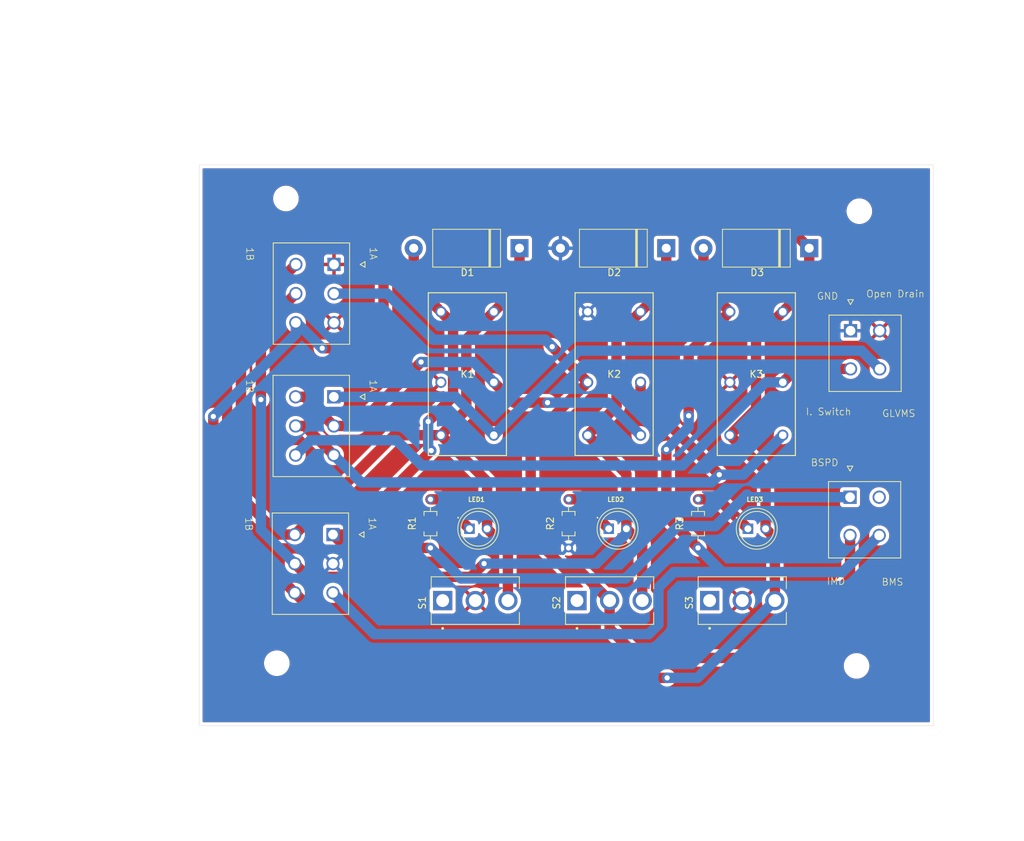
<source format=kicad_pcb>
(kicad_pcb (version 20241229) (generator "pcbnew") (generator_version "9.0")
  (layers (0 "F.Cu" signal) (2 "B.Cu" signal) (13 "F.Paste" user) (15 "B.Paste" user) (5 "F.SilkS" user "F.Silkscreen") (7 "B.SilkS" user "B.Silkscreen") (1 "F.Mask" user) (3 "B.Mask" user) (25 "Edge.Cuts" user))
  (net 0 "")
  (net 1 "/LED 1B")
  (net 2 "BSPD Fault")
  (net 3 "/LED 2B")
  (net 4 "GND")
  (net 5 "/LED 3B")
  (net 6 "BMS FAULT")
  (net 7 "/DEBUG 3B")
  (net 8 "/DEBUG 1A")
  (net 9 "+12V")
  (net 10 "IMD FAULT")
  (net 12 "/DEBUG 1B")
  (net 13 "/DEBUG 2B")
  (net 14 "Net-(LED1-PadC)")
  (net 15 "Net-(LED2-PadC)")
  (net 16 "Net-(LED3-PadC)")
  (footprint "FLYBACK DIODE V3:P2_DO-201" (layer "F.Cu") (at 113.26 61.16 180)
    (property "Reference" "D2" (at 7.5 -3.5 0) (layer "F.SilkS"))
    (property "Value" "D")
    (fp_line (start 12.505 -2.725) (end 12.505 2.725) (stroke (width 0.12)) (layer "F.SilkS"))
    (fp_line (start 12.505 -2.725) (end 2.735 -2.725) (stroke (width 0.12)) (layer "F.SilkS"))
    (fp_line (start 4.4045 -2.725) (end 4.4045 2.725) (stroke (width 0.12)) (layer "F.SilkS"))
    (fp_line (start 4.2845 -2.725) (end 4.2845 2.725) (stroke (width 0.12)) (layer "F.SilkS"))
    (fp_line (start 4.1645 -2.725) (end 4.1645 2.725) (stroke (width 0.12)) (layer "F.SilkS"))
    (fp_line (start 2.735 2.725) (end 12.505 2.725) (stroke (width 0.12)) (layer "F.SilkS"))
    (fp_line (start 2.735 -2.725) (end 2.735 2.725) (stroke (width 0.12)) (layer "F.SilkS"))
    (pad "1" thru_hole rect (at 0 0 180) (size 2.6 2.6) (drill 1.3) (layers "*.Cu" "*.Mask") (net 3 "/LED 2B"))
    (pad "2" thru_hole oval (at 15.24 0 180) (size 2.6 2.6) (drill 1.3) (layers "*.Cu" "*.Mask") (net 4 "GND"))
  )
  (footprint "THT 1k 1/4W:RESAD700W45L350D185" (layer "F.Cu") (at 79.29 100.8385 90)
    (property "Reference" "R1" (at 0.01805 -2.63963 90) (layer "F.SilkS") (effects (font (size 1.000772 1.000772))))
    (property "Value" "THT 1k")
    (fp_line (start 1.75 -0.925) (end 1.75 0) (stroke (width 0.127)) (layer "F.SilkS"))
    (fp_line (start 1.17 -0.925) (end 1.75 -0.925) (stroke (width 0.127)) (layer "F.SilkS"))
    (fp_line (start -1.17 -0.925) (end -1.75 -0.925) (stroke (width 0.127)) (layer "F.SilkS"))
    (fp_line (start -1.75 -0.925) (end -1.75 0) (stroke (width 0.127)) (layer "F.SilkS"))
    (fp_line (start 1.75 0) (end 2.55 0) (stroke (width 0.127)) (layer "F.SilkS"))
    (fp_line (start 1.75 0) (end 1.75 0.925) (stroke (width 0.127)) (layer "F.SilkS"))
    (fp_line (start -1.75 0) (end -2.55 0) (stroke (width 0.127)) (layer "F.SilkS"))
    (fp_line (start -1.75 0) (end -1.75 0.925) (stroke (width 0.127)) (layer "F.SilkS"))
    (fp_line (start 1.17 0.925) (end 1.75 0.925) (stroke (width 0.127)) (layer "F.SilkS"))
    (fp_line (start -1.75 0.925) (end -1.17 0.925) (stroke (width 0.127)) (layer "F.SilkS"))
    (pad "1" thru_hole circle (at -3.5 0 90) (size 1.258 1.258) (drill 0.75) (layers "*.Cu" "*.Mask") (net 2 "BSPD Fault"))
    (pad "2" thru_hole circle (at 3.5 0 90) (size 1.258 1.258) (drill 0.75) (layers "*.Cu" "*.Mask") (net 14 "Net-(LED1-PadC)"))
  )
  (footprint "SPDT FINAL KICAD:SW_100SP1T1B4M2QE" (layer "F.Cu") (at 124.21 111.92425 90)
    (property "Reference" "S3" (at -0.325 -7.635 90) (layer "F.SilkS"))
    (property "Value" "SPDT Switch NO")
    (fp_line (start 3.43 -6.35) (end 1.71 -6.35) (stroke (width 0.127)) (layer "F.SilkS"))
    (fp_line (start 3.43 -6.35) (end 3.43 6.35) (stroke (width 0.127)) (layer "F.SilkS"))
    (fp_line (start -1.71 -6.35) (end -3.43 -6.35) (stroke (width 0.127)) (layer "F.SilkS"))
    (fp_line (start 3.43 6.35) (end 1.71 6.35) (stroke (width 0.127)) (layer "F.SilkS"))
    (fp_line (start -1.71 6.35) (end -3.43 6.35) (stroke (width 0.127)) (layer "F.SilkS"))
    (fp_line (start -3.43 6.35) (end -3.43 -6.35) (stroke (width 0.127)) (layer "F.SilkS"))
    (fp_circle (center -4 -4.7) (end -3.9 -4.7) (stroke (width 0.2)) (fill no) (layer "F.SilkS"))
    (pad "1" thru_hole rect (at 0 -4.7 90) (size 2.775 2.775) (drill 1.85) (layers "*.Cu" "*.Mask"))
    (pad "2" thru_hole circle (at 0 0 90) (size 2.775 2.775) (drill 1.85) (layers "*.Cu" "*.Mask") (net 9 "+12V"))
    (pad "3" thru_hole circle (at 0 4.7 90) (size 2.775 2.775) (drill 1.85) (layers "*.Cu" "*.Mask") (net 5 "/LED 3B"))
  )
  (footprint "FLYBACK DIODE V3:P2_DO-201" (layer "F.Cu") (at 92.12 61.16 180)
    (property "Reference" "D1" (at 7.5 -3.5 0) (layer "F.SilkS"))
    (property "Value" "D")
    (fp_line (start 12.505 -2.725) (end 12.505 2.725) (stroke (width 0.12)) (layer "F.SilkS"))
    (fp_line (start 12.505 -2.725) (end 2.735 -2.725) (stroke (width 0.12)) (layer "F.SilkS"))
    (fp_line (start 4.4045 -2.725) (end 4.4045 2.725) (stroke (width 0.12)) (layer "F.SilkS"))
    (fp_line (start 4.2845 -2.725) (end 4.2845 2.725) (stroke (width 0.12)) (layer "F.SilkS"))
    (fp_line (start 4.1645 -2.725) (end 4.1645 2.725) (stroke (width 0.12)) (layer "F.SilkS"))
    (fp_line (start 2.735 2.725) (end 12.505 2.725) (stroke (width 0.12)) (layer "F.SilkS"))
    (fp_line (start 2.735 -2.725) (end 2.735 2.725) (stroke (width 0.12)) (layer "F.SilkS"))
    (pad "1" thru_hole rect (at 0 0 180) (size 2.6 2.6) (drill 1.3) (layers "*.Cu" "*.Mask") (net 1 "/LED 1B"))
    (pad "2" thru_hole oval (at 15.24 0 180) (size 2.6 2.6) (drill 1.3) (layers "*.Cu" "*.Mask") (net 2 "BSPD Fault"))
  )
  (footprint "6 pin molex minifit jr top entry:MOLEX_39288060" (layer "F.Cu") (at 65.37 82.57 -90)
    (property "Reference" "J4" (hide yes))
    (property "Value" "Relay Debug Connections")
    (fp_line (start -3.1 8.75) (end -3.1 -2.25) (stroke (width 0.127)) (layer "F.SilkS"))
    (fp_line (start 11.5 8.75) (end -3.1 8.75) (stroke (width 0.127)) (layer "F.SilkS"))
    (fp_line (start -3.1 -2.25) (end 11.5 -2.25) (stroke (width 0.127)) (layer "F.SilkS"))
    (fp_line (start 11.5 -2.25) (end 11.5 8.75) (stroke (width 0.127)) (layer "F.SilkS"))
    (fp_line (start 0 -3.77) (end 0.4 -4.47) (stroke (width 0.127)) (layer "F.SilkS"))
    (fp_line (start -0.4 -4.47) (end 0 -3.77) (stroke (width 0.127)) (layer "F.SilkS"))
    (fp_line (start 0.4 -4.47) (end -0.4 -4.47) (stroke (width 0.127)) (layer "F.SilkS"))
    (fp_text user "1B" (at -2.54 12.7 270) (layer "F.SilkS") (effects (font (thickness 0.1)) (justify left bottom)))
    (fp_text user "1A" (at -2.54 -5.08 270) (layer "F.SilkS") (effects (font (thickness 0.1)) (justify left bottom)))
    (pad "1" thru_hole rect (at 0 0 270) (size 1.9 1.9) (drill 1.4) (layers "*.Cu") (net 8 "/DEBUG 1A"))
    (pad "2" thru_hole circle (at 4.2 0 270) (size 1.9 1.9) (drill 1.4) (layers "*.Cu") (net 12 "/DEBUG 1B"))
    (pad "3" thru_hole circle (at 8.4 0 270) (size 1.9 1.9) (drill 1.4) (layers "*.Cu") (net 13 "/DEBUG 2B"))
    (pad "4" thru_hole circle (at 0 5.5 270) (size 1.9 1.9) (drill 1.4) (layers "*.Cu") (net 12 "/DEBUG 1B"))
    (pad "5" thru_hole circle (at 4.2 5.5 270) (size 1.9 1.9) (drill 1.4) (layers "*.Cu") (net 13 "/DEBUG 2B"))
    (pad "6" thru_hole circle (at 8.4 5.5 270) (size 1.9 1.9) (drill 1.4) (layers "*.Cu") (net 7 "/DEBUG 3B"))
  )
  (footprint "6 pin molex minifit jr top entry:MOLEX_39288060" (layer "F.Cu") (at 65.25 102.41 -90)
    (property "Reference" "J5" (hide yes))
    (property "Value" "Relay LED Connections")
    (fp_line (start -3.1 8.75) (end -3.1 -2.25) (stroke (width 0.127)) (layer "F.SilkS"))
    (fp_line (start 11.5 8.75) (end -3.1 8.75) (stroke (width 0.127)) (layer "F.SilkS"))
    (fp_line (start -3.1 -2.25) (end 11.5 -2.25) (stroke (width 0.127)) (layer "F.SilkS"))
    (fp_line (start 11.5 -2.25) (end 11.5 8.75) (stroke (width 0.127)) (layer "F.SilkS"))
    (fp_line (start 0 -3.77) (end 0.4 -4.47) (stroke (width 0.127)) (layer "F.SilkS"))
    (fp_line (start -0.4 -4.47) (end 0 -3.77) (stroke (width 0.127)) (layer "F.SilkS"))
    (fp_line (start 0.4 -4.47) (end -0.4 -4.47) (stroke (width 0.127)) (layer "F.SilkS"))
    (fp_text user "1B" (at -2.54 12.7 270) (layer "F.SilkS") (effects (font (thickness 0.1)) (justify left bottom)))
    (fp_text user "1A" (at -2.54 -5.08 270) (layer "F.SilkS") (effects (font (thickness 0.1)) (justify left bottom)))
    (pad "1" thru_hole rect (at 0 0 270) (size 1.9 1.9) (drill 1.4) (layers "*.Cu") (net 2 "BSPD Fault"))
    (pad "2" thru_hole circle (at 4.2 0 270) (size 1.9 1.9) (drill 1.4) (layers "*.Cu") (net 4 "GND"))
    (pad "3" thru_hole circle (at 8.4 0 270) (size 1.9 1.9) (drill 1.4) (layers "*.Cu") (net 6 "BMS FAULT"))
    (pad "4" thru_hole circle (at 0 5.5 270) (size 1.9 1.9) (drill 1.4) (layers "*.Cu") (net 1 "/LED 1B"))
    (pad "5" thru_hole circle (at 4.2 5.5 270) (size 1.9 1.9) (drill 1.4) (layers "*.Cu") (net 3 "/LED 2B"))
    (pad "6" thru_hole circle (at 8.4 5.5 270) (size 1.9 1.9) (drill 1.4) (layers "*.Cu") (net 5 "/LED 3B"))
  )
  (footprint "KINGBRIGHT WP7113ID:LED_WP7113ID" (layer "F.Cu") (at 126.3 101.58)
    (property "Reference" "LED3" (at -0.26851 -4.214426 0) (layer "F.SilkS") (effects (font (size 0.641222 0.641222))))
    (property "Value" "Debug LED")
    (fp_circle (center -2.9 -1.6) (end -2.773 -1.6) (fill yes) (layer "F.SilkS"))
    (fp_circle (center 0 0) (end 2.5 0) (stroke (width 0.127)) (fill no) (layer "F.SilkS"))
    (fp_circle (center 0 0) (end 2.95 0) (stroke (width 0.127)) (fill no) (layer "F.SilkS"))
    (pad "A" thru_hole circle (at 1.27 0) (size 1.508 1.508) (drill 1) (layers "*.Cu" "*.Mask") (net 5 "/LED 3B"))
    (pad "C" thru_hole rect (at -1.27 0) (size 1.508 1.508) (drill 1) (layers "*.Cu" "*.Mask") (net 16 "Net-(LED3-PadC)"))
  )
  (footprint "MountingHole:MountingHole_3.2mm_M3" (layer "F.Cu") (at 57.16 120.95)
    (property "Reference" "REF**" (hide yes))
    (property "Value" "3.2mm_M3")
    (pad "" np_thru_hole circle (at 0 0) (size 3.2 3.2) (drill 3.2) (layers "*.Cu" "*.Mask"))
  )
  (footprint "FLYBACK DIODE V3:P2_DO-201" (layer "F.Cu") (at 133.86 61.16 180)
    (property "Reference" "D3" (at 7.5 -3.5 0) (layer "F.SilkS"))
    (property "Value" "D")
    (fp_line (start 12.505 -2.725) (end 12.505 2.725) (stroke (width 0.12)) (layer "F.SilkS"))
    (fp_line (start 12.505 -2.725) (end 2.735 -2.725) (stroke (width 0.12)) (layer "F.SilkS"))
    (fp_line (start 4.4045 -2.725) (end 4.4045 2.725) (stroke (width 0.12)) (layer "F.SilkS"))
    (fp_line (start 4.2845 -2.725) (end 4.2845 2.725) (stroke (width 0.12)) (layer "F.SilkS"))
    (fp_line (start 4.1645 -2.725) (end 4.1645 2.725) (stroke (width 0.12)) (layer "F.SilkS"))
    (fp_line (start 2.735 2.725) (end 12.505 2.725) (stroke (width 0.12)) (layer "F.SilkS"))
    (fp_line (start 2.735 -2.725) (end 2.735 2.725) (stroke (width 0.12)) (layer "F.SilkS"))
    (pad "1" thru_hole rect (at 0 0 180) (size 2.6 2.6) (drill 1.3) (layers "*.Cu" "*.Mask") (net 5 "/LED 3B"))
    (pad "2" thru_hole oval (at 15.24 0 180) (size 2.6 2.6) (drill 1.3) (layers "*.Cu" "*.Mask") (net 6 "BMS FAULT"))
  )
  (footprint "KINGBRIGHT WP7113ID:LED_WP7113ID" (layer "F.Cu") (at 86.18 101.58)
    (property "Reference" "LED1" (at -0.26851 -4.214426 0) (layer "F.SilkS") (effects (font (size 0.641222 0.641222))))
    (property "Value" "Debug LED")
    (fp_circle (center -2.9 -1.6) (end -2.773 -1.6) (fill yes) (layer "F.SilkS"))
    (fp_circle (center 0 0) (end 2.5 0) (stroke (width 0.127)) (fill no) (layer "F.SilkS"))
    (fp_circle (center 0 0) (end 2.95 0) (stroke (width 0.127)) (fill no) (layer "F.SilkS"))
    (pad "A" thru_hole circle (at 1.27 0) (size 1.508 1.508) (drill 1) (layers "*.Cu" "*.Mask") (net 1 "/LED 1B"))
    (pad "C" thru_hole rect (at -1.27 0) (size 1.508 1.508) (drill 1) (layers "*.Cu" "*.Mask") (net 14 "Net-(LED1-PadC)"))
  )
  (footprint "2x2 pin molex minifit jr top entry:MOLEX_39296048" (layer "F.Cu") (at 141.1362 74.4762)
    (property "Reference" "J1" (hide yes))
    (property "Value" "2x2 Conn" (hide yes))
    (fp_line (start -4.4262 -3.6762) (end 5.9738 -3.6762) (stroke (width 0.127)) (layer "F.SilkS"))
    (fp_line (start -4.4262 7.3238) (end -4.4262 -3.6762) (stroke (width 0.127)) (layer "F.SilkS"))
    (fp_line (start -1.7262 -5.8962) (end -1.3262 -5.1962) (stroke (width 0.127)) (layer "F.SilkS"))
    (fp_line (start -1.3262 -5.1962) (end -0.9262 -5.8962) (stroke (width 0.127)) (layer "F.SilkS"))
    (fp_line (start -0.9262 -5.8962) (end -1.7262 -5.8962) (stroke (width 0.127)) (layer "F.SilkS"))
    (fp_line (start 5.9738 -3.6762) (end 5.9738 7.3238) (stroke (width 0.127)) (layer "F.SilkS"))
    (fp_line (start 5.9738 7.3238) (end -4.4262 7.3238) (stroke (width 0.127)) (layer "F.SilkS"))
    (fp_text user "Open Drain " (at 0.8838 -6.1562 0) (layer "F.SilkS") (effects (font (thickness 0.1)) (justify left bottom)))
    (fp_text user "I. Switch" (at -7.8262 10.82955 0) (layer "F.SilkS") (effects (font (thickness 0.1)) (justify left bottom)))
    (fp_text user "GLVMS" (at 3.1738 11.0738 0) (layer "F.SilkS") (effects (font (thickness 0.1)) (justify left bottom)))
    (fp_text user "GND" (at -6.2262 -5.8262 0) (layer "F.SilkS") (effects (font (thickness 0.1)) (justify left bottom)))
    (pad "1" thru_hole rect (at -1.3262 -1.4262) (size 1.9 1.9) (drill 1.4) (layers "*.Cu") (net 4 "GND"))
    (pad "2" thru_hole circle (at 2.8738 -1.4262) (size 1.9 1.9) (drill 1.4) (layers "*.Cu") (net 9 "+12V"))
    (pad "3" thru_hole circle (at -1.3262 4.0738) (size 1.9 1.9) (drill 1.4) (layers "*.Cu") (net 7 "/DEBUG 3B"))
    (pad "4" thru_hole circle (at 2.8738 4.0738) (size 1.9 1.9) (drill 1.4) (layers "*.Cu") (net 8 "/DEBUG 1A"))
  )
  (footprint "THT 1k 1/4W:RESAD700W45L350D185" (layer "F.Cu") (at 99.19 100.8385 90)
    (property "Reference" "R2" (at 0.01805 -2.63963 90) (layer "F.SilkS") (effects (font (size 1.000772 1.000772))))
    (property "Value" "THT 1K")
    (fp_line (start 1.75 -0.925) (end 1.75 0) (stroke (width 0.127)) (layer "F.SilkS"))
    (fp_line (start 1.17 -0.925) (end 1.75 -0.925) (stroke (width 0.127)) (layer "F.SilkS"))
    (fp_line (start -1.17 -0.925) (end -1.75 -0.925) (stroke (width 0.127)) (layer "F.SilkS"))
    (fp_line (start -1.75 -0.925) (end -1.75 0) (stroke (width 0.127)) (layer "F.SilkS"))
    (fp_line (start 1.75 0) (end 2.55 0) (stroke (width 0.127)) (layer "F.SilkS"))
    (fp_line (start 1.75 0) (end 1.75 0.925) (stroke (width 0.127)) (layer "F.SilkS"))
    (fp_line (start -1.75 0) (end -2.55 0) (stroke (width 0.127)) (layer "F.SilkS"))
    (fp_line (start -1.75 0) (end -1.75 0.925) (stroke (width 0.127)) (layer "F.SilkS"))
    (fp_line (start 1.17 0.925) (end 1.75 0.925) (stroke (width 0.127)) (layer "F.SilkS"))
    (fp_line (start -1.75 0.925) (end -1.17 0.925) (stroke (width 0.127)) (layer "F.SilkS"))
    (pad "1" thru_hole circle (at -3.5 0 90) (size 1.258 1.258) (drill 0.75) (layers "*.Cu" "*.Mask") (net 4 "GND"))
    (pad "2" thru_hole circle (at 3.5 0 90) (size 1.258 1.258) (drill 0.75) (layers "*.Cu" "*.Mask") (net 15 "Net-(LED2-PadC)"))
  )
  (footprint "2x2 pin molex minifit jr top entry:MOLEX_39296048" (layer "F.Cu") (at 138.74 95.78425)
    (property "Reference" "J2" (hide yes))
    (property "Value" "2x2 Conn")
    (fp_line (start -2.1 -1) (end 8.3 -1) (stroke (width 0.127)) (layer "F.SilkS"))
    (fp_line (start -2.1 10) (end -2.1 -1) (stroke (width 0.127)) (layer "F.SilkS"))
    (fp_line (start 0.6 -3.22) (end 1 -2.52) (stroke (width 0.127)) (layer "F.SilkS"))
    (fp_line (start 1 -2.52) (end 1.4 -3.22) (stroke (width 0.127)) (layer "F.SilkS"))
    (fp_line (start 1.4 -3.22) (end 0.6 -3.22) (stroke (width 0.127)) (layer "F.SilkS"))
    (fp_line (start 8.3 -1) (end 8.3 10) (stroke (width 0.127)) (layer "F.SilkS"))
    (fp_line (start 8.3 10) (end -2.1 10) (stroke (width 0.127)) (layer "F.SilkS"))
    (fp_text user "BSPD" (at -4.7 -3.15 0) (layer "F.SilkS") (effects (font (thickness 0.1)) (justify left bottom)))
    (fp_text user "IMD" (at -2.4 13.95 0) (layer "F.SilkS") (effects (font (thickness 0.1)) (justify left bottom)))
    (fp_text user "BMS" (at 5.5 14.05 0) (layer "F.SilkS") (effects (font (thickness 0.1)) (justify left bottom)))
    (pad "1" thru_hole rect (at 1 1.25) (size 1.9 1.9) (drill 1.4) (layers "*.Cu") (net 2 "BSPD Fault"))
    (pad "2" thru_hole circle (at 5.2 1.25) (size 1.9 1.9) (drill 1.4) (layers "*.Cu"))
    (pad "3" thru_hole circle (at 1 6.75) (size 1.9 1.9) (drill 1.4) (layers "*.Cu") (net 10 "IMD FAULT"))
    (pad "4" thru_hole circle (at 5.2 6.75) (size 1.9 1.9) (drill 1.4) (layers "*.Cu") (net 6 "BMS FAULT"))
  )
  (footprint "6 dip socket footprints:CONN_P6B-26P_OMR" (layer "F.Cu") (at 80.8 70.32)
    (property "Reference" "K1" (at 3.81 8.9851 0) (layer "F.SilkS"))
    (property "Value" "DPST Relay NO")
    (fp_line (start -1.8161 -2.737) (end -1.8161 20.7072) (stroke (width 0.1524)) (layer "F.SilkS"))
    (fp_line (start -1.8161 20.7072) (end 9.4361 20.7072) (stroke (width 0.1524)) (layer "F.SilkS"))
    (fp_line (start 9.4361 -2.737) (end -1.8161 -2.737) (stroke (width 0.1524)) (layer "F.SilkS"))
    (fp_line (start 9.4361 20.7072) (end 9.4361 -2.737) (stroke (width 0.1524)) (layer "F.SilkS"))
    (pad "1" thru_hole circle (at 0 0) (size 1.6002 1.6002) (drill 1.0922) (layers "*.Cu" "*.Mask") (net 2 "BSPD Fault"))
    (pad "3" thru_hole circle (at 0 10.16) (size 1.6002 1.6002) (drill 1.0922) (layers "*.Cu" "*.Mask") (net 9 "+12V"))
    (pad "4" thru_hole circle (at 0 17.78) (size 1.6002 1.6002) (drill 1.0922) (layers "*.Cu" "*.Mask") (net 1 "/LED 1B"))
    (pad "5" thru_hole circle (at 7.62 17.78) (size 1.6002 1.6002) (drill 1.0922) (layers "*.Cu" "*.Mask") (net 8 "/DEBUG 1A"))
    (pad "6" thru_hole circle (at 7.62 10.16) (size 1.6002 1.6002) (drill 1.0922) (layers "*.Cu" "*.Mask") (net 12 "/DEBUG 1B"))
    (pad "8" thru_hole circle (at 7.62 0) (size 1.6002 1.6002) (drill 1.0922) (layers "*.Cu" "*.Mask") (net 1 "/LED 1B"))
  )
  (footprint "SPDT FINAL KICAD:SW_100SP1T1B4M2QE" (layer "F.Cu") (at 85.75 111.92425 90)
    (property "Reference" "S1" (at -0.325 -7.635 90) (layer "F.SilkS"))
    (property "Value" "SPDT Switch NO")
    (fp_line (start 3.43 -6.35) (end 1.71 -6.35) (stroke (width 0.127)) (layer "F.SilkS"))
    (fp_line (start 3.43 -6.35) (end 3.43 6.35) (stroke (width 0.127)) (layer "F.SilkS"))
    (fp_line (start -1.71 -6.35) (end -3.43 -6.35) (stroke (width 0.127)) (layer "F.SilkS"))
    (fp_line (start 3.43 6.35) (end 1.71 6.35) (stroke (width 0.127)) (layer "F.SilkS"))
    (fp_line (start -1.71 6.35) (end -3.43 6.35) (stroke (width 0.127)) (layer "F.SilkS"))
    (fp_line (start -3.43 6.35) (end -3.43 -6.35) (stroke (width 0.127)) (layer "F.SilkS"))
    (fp_circle (center -4 -4.7) (end -3.9 -4.7) (stroke (width 0.2)) (fill no) (layer "F.SilkS"))
    (pad "1" thru_hole rect (at 0 -4.7 90) (size 2.775 2.775) (drill 1.85) (layers "*.Cu" "*.Mask"))
    (pad "2" thru_hole circle (at 0 0 90) (size 2.775 2.775) (drill 1.85) (layers "*.Cu" "*.Mask") (net 9 "+12V"))
    (pad "3" thru_hole circle (at 0 4.7 90) (size 2.775 2.775) (drill 1.85) (layers "*.Cu" "*.Mask") (net 1 "/LED 1B"))
  )
  (footprint "THT 1k 1/4W:RESAD700W45L350D185" (layer "F.Cu") (at 117.84 100.8385 90)
    (property "Reference" "R3" (at 0.01805 -2.63963 90) (layer "F.SilkS") (effects (font (size 1.000772 1.000772))))
    (property "Value" "THT 1K")
    (fp_line (start 1.75 -0.925) (end 1.75 0) (stroke (width 0.127)) (layer "F.SilkS"))
    (fp_line (start 1.17 -0.925) (end 1.75 -0.925) (stroke (width 0.127)) (layer "F.SilkS"))
    (fp_line (start -1.17 -0.925) (end -1.75 -0.925) (stroke (width 0.127)) (layer "F.SilkS"))
    (fp_line (start -1.75 -0.925) (end -1.75 0) (stroke (width 0.127)) (layer "F.SilkS"))
    (fp_line (start 1.75 0) (end 2.55 0) (stroke (width 0.127)) (layer "F.SilkS"))
    (fp_line (start 1.75 0) (end 1.75 0.925) (stroke (width 0.127)) (layer "F.SilkS"))
    (fp_line (start -1.75 0) (end -2.55 0) (stroke (width 0.127)) (layer "F.SilkS"))
    (fp_line (start -1.75 0) (end -1.75 0.925) (stroke (width 0.127)) (layer "F.SilkS"))
    (fp_line (start 1.17 0.925) (end 1.75 0.925) (stroke (width 0.127)) (layer "F.SilkS"))
    (fp_line (start -1.75 0.925) (end -1.17 0.925) (stroke (width 0.127)) (layer "F.SilkS"))
    (pad "1" thru_hole circle (at -3.5 0 90) (size 1.258 1.258) (drill 0.75) (layers "*.Cu" "*.Mask") (net 6 "BMS FAULT"))
    (pad "2" thru_hole circle (at 3.5 0 90) (size 1.258 1.258) (drill 0.75) (layers "*.Cu" "*.Mask") (net 16 "Net-(LED3-PadC)"))
  )
  (footprint "KINGBRIGHT WP7113ID:LED_WP7113ID" (layer "F.Cu") (at 106.25 101.58)
    (property "Reference" "LED2" (at -0.26851 -4.214426 0) (layer "F.SilkS") (effects (font (size 0.641222 0.641222))))
    (property "Value" "Debug LED")
    (fp_circle (center -2.9 -1.6) (end -2.773 -1.6) (fill yes) (layer "F.SilkS"))
    (fp_circle (center 0 0) (end 2.5 0) (stroke (width 0.127)) (fill no) (layer "F.SilkS"))
    (fp_circle (center 0 0) (end 2.95 0) (stroke (width 0.127)) (fill no) (layer "F.SilkS"))
    (pad "A" thru_hole circle (at 1.27 0) (size 1.508 1.508) (drill 1) (layers "*.Cu" "*.Mask") (net 3 "/LED 2B"))
    (pad "C" thru_hole rect (at -1.27 0) (size 1.508 1.508) (drill 1) (layers "*.Cu" "*.Mask") (net 15 "Net-(LED2-PadC)"))
  )
  (footprint "6 pin molex minifit jr top entry:MOLEX_39288060" (layer "F.Cu") (at 65.39575 63.5 -90)
    (property "Reference" "J3" (hide yes))
    (property "Value" "Relay Switch Connections")
    (fp_line (start -3.1 8.75) (end -3.1 -2.25) (stroke (width 0.127)) (layer "F.SilkS"))
    (fp_line (start 11.5 8.75) (end -3.1 8.75) (stroke (width 0.127)) (layer "F.SilkS"))
    (fp_line (start -3.1 -2.25) (end 11.5 -2.25) (stroke (width 0.127)) (layer "F.SilkS"))
    (fp_line (start 11.5 -2.25) (end 11.5 8.75) (stroke (width 0.127)) (layer "F.SilkS"))
    (fp_line (start 0 -3.77) (end 0.4 -4.47) (stroke (width 0.127)) (layer "F.SilkS"))
    (fp_line (start -0.4 -4.47) (end 0 -3.77) (stroke (width 0.127)) (layer "F.SilkS"))
    (fp_line (start 0.4 -4.47) (end -0.4 -4.47) (stroke (width 0.127)) (layer "F.SilkS"))
    (fp_text user "1A" (at -2.54 -5.08 270) (layer "F.SilkS") (effects (font (thickness 0.1)) (justify left bottom)))
    (fp_text user "1B" (at -2.54 12.7 270) (layer "F.SilkS") (effects (font (thickness 0.1)) (justify left bottom)))
    (pad "1" thru_hole rect (at 0 0 270) (size 1.9 1.9) (drill 1.4) (layers "*.Cu") (net 9 "+12V"))
    (pad "2" thru_hole circle (at 4.2 0 270) (size 1.9 1.9) (drill 1.4) (layers "*.Cu") (net 10 "IMD FAULT"))
    (pad "3" thru_hole circle (at 8.4 0 270) (size 1.9 1.9) (drill 1.4) (layers "*.Cu") (net 9 "+12V"))
    (pad "4" thru_hole circle (at 0 5.5 270) (size 1.9 1.9) (drill 1.4) (layers "*.Cu") (net 1 "/LED 1B"))
    (pad "5" thru_hole circle (at 4.2 5.5 270) (size 1.9 1.9) (drill 1.4) (layers "*.Cu") (net 3 "/LED 2B"))
    (pad "6" thru_hole circle (at 8.4 5.5 270) (size 1.9 1.9) (drill 1.4) (layers "*.Cu") (net 5 "/LED 3B"))
  )
  (footprint "MountingHole:MountingHole_3.2mm_M3" (layer "F.Cu") (at 140.68 121.34)
    (property "Reference" "REF**" (hide yes))
    (property "Value" "3.2mm_M3")
    (pad "" np_thru_hole circle (at 0 0) (size 3.2 3.2) (drill 3.2) (layers "*.Cu" "*.Mask"))
  )
  (footprint "SPDT FINAL KICAD:SW_100SP1T1B4M2QE" (layer "F.Cu") (at 105.1 111.92425 90)
    (property "Reference" "S2" (at -0.325 -7.635 90) (layer "F.SilkS"))
    (property "Value" "SPDT Switch NO")
    (fp_line (start 3.43 -6.35) (end 1.71 -6.35) (stroke (width 0.127)) (layer "F.SilkS"))
    (fp_line (start 3.43 -6.35) (end 3.43 6.35) (stroke (width 0.127)) (layer "F.SilkS"))
    (fp_line (start -1.71 -6.35) (end -3.43 -6.35) (stroke (width 0.127)) (layer "F.SilkS"))
    (fp_line (start 3.43 6.35) (end 1.71 6.35) (stroke (width 0.127)) (layer "F.SilkS"))
    (fp_line (start -1.71 6.35) (end -3.43 6.35) (stroke (width 0.127)) (layer "F.SilkS"))
    (fp_line (start -3.43 6.35) (end -3.43 -6.35) (stroke (width 0.127)) (layer "F.SilkS"))
    (fp_circle (center -4 -4.7) (end -3.9 -4.7) (stroke (width 0.2)) (fill no) (layer "F.SilkS"))
    (pad "1" thru_hole rect (at 0 -4.7 90) (size 2.775 2.775) (drill 1.85) (layers "*.Cu" "*.Mask"))
    (pad "2" thru_hole circle (at 0 0 90) (size 2.775 2.775) (drill 1.85) (layers "*.Cu" "*.Mask") (net 10 "IMD FAULT"))
    (pad "3" thru_hole circle (at 0 4.7 90) (size 2.775 2.775) (drill 1.85) (layers "*.Cu" "*.Mask") (net 3 "/LED 2B"))
  )
  (footprint "6 dip socket footprints:CONN_P6B-26P_OMR" (layer "F.Cu") (at 122.43 70.32)
    (property "Reference" "K3" (at 3.81 8.9851 0) (layer "F.SilkS"))
    (property "Value" "DPST Relay NO")
    (fp_line (start -1.8161 -2.737) (end -1.8161 20.7072) (stroke (width 0.1524)) (layer "F.SilkS"))
    (fp_line (start -1.8161 20.7072) (end 9.4361 20.7072) (stroke (width 0.1524)) (layer "F.SilkS"))
    (fp_line (start 9.4361 -2.737) (end -1.8161 -2.737) (stroke (width 0.1524)) (layer "F.SilkS"))
    (fp_line (start 9.4361 20.7072) (end 9.4361 -2.737) (stroke (width 0.1524)) (layer "F.SilkS"))
    (pad "1" thru_hole circle (at 0 0) (size 1.6002 1.6002) (drill 1.0922) (layers "*.Cu" "*.Mask") (net 6 "BMS FAULT"))
    (pad "3" thru_hole circle (at 0 10.16) (size 1.6002 1.6002) (drill 1.0922) (layers "*.Cu" "*.Mask") (net 9 "+12V"))
    (pad "4" thru_hole circle (at 0 17.78) (size 1.6002 1.6002) (drill 1.0922) (layers "*.Cu" "*.Mask") (net 5 "/LED 3B"))
    (pad "5" thru_hole circle (at 7.62 17.78) (size 1.6002 1.6002) (drill 1.0922) (layers "*.Cu" "*.Mask") (net 13 "/DEBUG 2B"))
    (pad "6" thru_hole circle (at 7.62 10.16) (size 1.6002 1.6002) (drill 1.0922) (layers "*.Cu" "*.Mask") (net 7 "/DEBUG 3B"))
    (pad "8" thru_hole circle (at 7.62 0) (size 1.6002 1.6002) (drill 1.0922) (layers "*.Cu" "*.Mask") (net 5 "/LED 3B"))
  )
  (footprint "MountingHole:MountingHole_3.2mm_M3" (layer "F.Cu") (at 58.47 54)
    (property "Reference" "REF**" (hide yes))
    (property "Value" "3.2mm_M3")
    (pad "" np_thru_hole circle (at 0 0) (size 3.2 3.2) (drill 3.2) (layers "*.Cu" "*.Mask"))
  )
  (footprint "6 dip socket footprints:CONN_P6B-26P_OMR" (layer "F.Cu") (at 101.94 70.32)
    (property "Reference" "K2" (at 3.81 8.9851 0) (layer "F.SilkS"))
    (property "Value" "DPST Relay NO")
    (fp_line (start -1.8161 -2.737) (end -1.8161 20.7072) (stroke (width 0.1524)) (layer "F.SilkS"))
    (fp_line (start -1.8161 20.7072) (end 9.4361 20.7072) (stroke (width 0.1524)) (layer "F.SilkS"))
    (fp_line (start 9.4361 -2.737) (end -1.8161 -2.737) (stroke (width 0.1524)) (layer "F.SilkS"))
    (fp_line (start 9.4361 20.7072) (end 9.4361 -2.737) (stroke (width 0.1524)) (layer "F.SilkS"))
    (pad "1" thru_hole circle (at 0 0) (size 1.6002 1.6002) (drill 1.0922) (layers "*.Cu" "*.Mask") (net 4 "GND"))
    (pad "3" thru_hole circle (at 0 10.16) (size 1.6002 1.6002) (drill 1.0922) (layers "*.Cu" "*.Mask") (net 10 "IMD FAULT"))
    (pad "4" thru_hole circle (at 0 17.78) (size 1.6002 1.6002) (drill 1.0922) (layers "*.Cu" "*.Mask") (net 3 "/LED 2B"))
    (pad "5" thru_hole circle (at 7.62 17.78) (size 1.6002 1.6002) (drill 1.0922) (layers "*.Cu" "*.Mask") (net 12 "/DEBUG 1B"))
    (pad "6" thru_hole circle (at 7.62 10.16) (size 1.6002 1.6002) (drill 1.0922) (layers "*.Cu" "*.Mask") (net 13 "/DEBUG 2B"))
    (pad "8" thru_hole circle (at 7.62 0) (size 1.6002 1.6002) (drill 1.0922) (layers "*.Cu" "*.Mask") (net 3 "/LED 2B"))
  )
  (footprint "MountingHole:MountingHole_3.2mm_M3" (layer "F.Cu") (at 141.08 55.83)
    (property "Reference" "REF**" (hide yes))
    (property "Value" "3.2mm_M3")
    (pad "" np_thru_hole circle (at 0 0) (size 3.2 3.2) (drill 3.2) (layers "*.Cu" "*.Mask"))
  )
  (gr_rect (start 45.97 49.16) (end 151.74 129.945) (stroke (width 0.05)) (fill no) (layer "Edge.Cuts"))
  (segment (start 87.45 101.58) (end 87.45 94.75) (width 1.5) (layer "F.Cu") (net 1))
  (segment (start 92.12 61.16) (end 92.12 66.62) (width 1.5) (layer "F.Cu") (net 1))
  (segment (start 84.46 84.44) (end 84.46 74.28) (width 1.5) (layer "F.Cu") (net 1))
  (segment (start 74.06 88.1) (end 80.8 88.1) (width 1.5) (layer "F.Cu") (net 1))
  (segment (start 84.46 74.28) (end 88.42 70.32) (width 1.5) (layer "F.Cu") (net 1))
  (segment (start 51.99 96.99) (end 57.41 102.41) (width 1.5) (layer "F.Cu") (net 1))
  (segment (start 92.12 66.62) (end 88.42 70.32) (width 1.5) (layer "F.Cu") (net 1))
  (segment (start 90.45 111.92425) (end 90.45 104.58) (width 1.5) (layer "F.Cu") (net 1))
  (segment (start 80.8 88.1) (end 84.46 84.44) (width 1.5) (layer "F.Cu") (net 1))
  (segment (start 51.99 71.40575) (end 51.99 96.99) (width 1.5) (layer "F.Cu") (net 1))
  (segment (start 57.41 102.41) (end 59.75 102.41) (width 1.5) (layer "F.Cu") (net 1))
  (segment (start 90.45 104.58) (end 87.45 101.58) (width 1.5) (layer "F.Cu") (net 1))
  (segment (start 59.75 102.41) (end 74.06 88.1) (width 1.5) (layer "F.Cu") (net 1))
  (segment (start 87.45 94.75) (end 80.8 88.1) (width 1.5) (layer "F.Cu") (net 1))
  (segment (start 59.89575 63.5) (end 51.99 71.40575) (width 1.5) (layer "F.Cu") (net 1))
  (segment (start 82.5511 82.5389) (end 78.96 86.13) (width 1.5) (layer "F.Cu") (net 2))
  (segment (start 76.88 66.4) (end 80.8 70.32) (width 1.5) (layer "F.Cu") (net 2))
  (segment (start 67.1785 104.3385) (end 65.25 102.41) (width 1.5) (layer "F.Cu") (net 2))
  (segment (start 76.88 61.16) (end 76.88 66.4) (width 1.5) (layer "F.Cu") (net 2))
  (segment (start 82.5511 72.0711) (end 82.5511 82.5389) (width 1.5) (layer "F.Cu") (net 2))
  (segment (start 67.31 102.41) (end 65.25 102.41) (width 1.5) (layer "F.Cu") (net 2))
  (segment (start 79.4 90.32) (end 67.31 102.41) (width 1.5) (layer "F.Cu") (net 2))
  (segment (start 80.8 70.32) (end 82.5511 72.0711) (width 1.5) (layer "F.Cu") (net 2))
  (segment (start 79.29 104.3385) (end 67.1785 104.3385) (width 1.5) (layer "F.Cu") (net 2))
  (via (at 78.96 86.13) (size 1.5) (drill 0.75) (layers "F.Cu" "B.Cu") (net 2))
  (via (at 79.4 90.32) (size 1.5) (drill 0.75) (layers "F.Cu" "B.Cu") (net 2))
  (segment (start 83.69 108.7385) (end 107.3915 108.7385) (width 1.5) (layer "B.Cu") (net 2))
  (segment (start 79.29 104.3385) (end 83.69 108.7385) (width 1.5) (layer "B.Cu") (net 2))
  (segment (start 78.96 86.13) (end 78.96 89.88) (width 1.5) (layer "B.Cu") (net 2))
  (segment (start 124.88 96.66) (end 125.25425 97.03425) (width 1.5) (layer "B.Cu") (net 2))
  (segment (start 107.3915 108.7385) (end 114.94 101.19) (width 1.5) (layer "B.Cu") (net 2))
  (segment (start 78.96 89.88) (end 79.4 90.32) (width 1.5) (layer "B.Cu") (net 2))
  (segment (start 125.25425 97.03425) (end 139.74 97.03425) (width 1.5) (layer "B.Cu") (net 2))
  (segment (start 120.35 101.19) (end 124.88 96.66) (width 1.5) (layer "B.Cu") (net 2))
  (segment (start 114.94 101.19) (end 120.35 101.19) (width 1.5) (layer "B.Cu") (net 2))
  (segment (start 109.8 103.86) (end 107.52 101.58) (width 1.5) (layer "F.Cu") (net 3))
  (segment (start 109.8 111.92425) (end 109.8 103.86) (width 1.5) (layer "F.Cu") (net 3))
  (segment (start 54.86 82.97) (end 54.86 72.73575) (width 1.5) (layer "F.Cu") (net 3))
  (segment (start 61.651 108.511) (end 85.109 108.511) (width 1.5) (layer "F.Cu") (net 3))
  (segment (start 109.56 70.32) (end 106.1 73.78) (width 1.5) (layer "F.Cu") (net 3))
  (segment (start 106.1 83.94) (end 101.94 88.1) (width 1.5) (layer "F.Cu") (net 3))
  (segment (start 59.75 106.61) (end 61.651 108.511) (width 1.5) (layer "F.Cu") (net 3))
  (segment (start 85.109 108.511) (end 87.02 106.6) (width 1.5) (layer "F.Cu") (net 3))
  (segment (start 107.52 101.58) (end 107.52 93.68) (width 1.5) (layer "F.Cu") (net 3))
  (segment (start 107.52 93.68) (end 101.94 88.1) (width 1.5) (layer "F.Cu") (net 3))
  (segment (start 113.26 66.62) (end 109.56 70.32) (width 1.5) (layer "F.Cu") (net 3))
  (segment (start 106.1 73.78) (end 106.1 83.94) (width 1.5) (layer "F.Cu") (net 3))
  (segment (start 113.26 61.16) (end 113.26 66.62) (width 1.5) (layer "F.Cu") (net 3))
  (segment (start 54.86 72.73575) (end 59.89575 67.7) (width 1.5) (layer "F.Cu") (net 3))
  (via (at 54.86 82.97) (size 1.5) (drill 0.75) (layers "F.Cu" "B.Cu") (net 3))
  (via (at 87.02 106.6) (size 1.5) (drill 0.75) (layers "F.Cu" "B.Cu") (net 3))
  (segment (start 59.75 106.61) (end 54.86 101.72) (width 1.5) (layer "B.Cu") (net 3))
  (segment (start 54.86 101.72) (end 54.86 82.97) (width 1.5) (layer "B.Cu") (net 3))
  (segment (start 107.52 102.26) (end 107.52 101.58) (width 1.5) (layer "B.Cu") (net 3))
  (segment (start 87.02 106.6) (end 103.18 106.6) (width 1.5) (layer "B.Cu") (net 3))
  (segment (start 103.18 106.6) (end 107.52 102.26) (width 1.5) (layer "B.Cu") (net 3))
  (segment (start 122.43 88.1) (end 126.2 84.33) (width 1.5) (layer "F.Cu") (net 5))
  (segment (start 63.7 75.57) (end 69.77 75.57) (width 1.5) (layer "F.Cu") (net 5))
  (segment (start 48.01 99.07) (end 48.01 85.4) (width 1.5) (layer "F.Cu") (net 5))
  (segment (start 59.75 110.81) (end 72 123.06) (width 1.5) (layer "F.Cu") (net 5))
  (segment (start 133.86 66.51) (end 130.05 70.32) (width 1.5) (layer "F.Cu") (net 5))
  (segment (start 127.51 54.81) (end 133.86 61.16) (width 1.5) (layer "F.Cu") (net 5))
  (segment (start 72 123.06) (end 113.39 123.06) (width 1.5) (layer "F.Cu") (net 5))
  (segment (start 72.53 72.81) (end 72.53 58.12) (width 1.5) (layer "F.Cu") (net 5))
  (segment (start 133.86 61.16) (end 133.86 66.51) (width 1.5) (layer "F.Cu") (net 5))
  (segment (start 122.43 88.1) (end 127.57 93.24) (width 1.5) (layer "F.Cu") (net 5))
  (segment (start 75.84 54.81) (end 127.51 54.81) (width 1.5) (layer "F.Cu") (net 5))
  (segment (start 128.91 111.92425) (end 128.91 102.92) (width 1.5) (layer "F.Cu") (net 5))
  (segment (start 127.57 93.24) (end 127.57 101.58) (width 1.5) (layer "F.Cu") (net 5))
  (segment (start 72.53 58.12) (end 75.84 54.81) (width 1.5) (layer "F.Cu") (net 5))
  (segment (start 128.91 102.92) (end 127.57 101.58) (width 1.5) (layer "F.Cu") (net 5))
  (segment (start 126.2 84.33) (end 126.2 74.17) (width 1.5) (layer "F.Cu") (net 5))
  (segment (start 69.77 75.57) (end 72.53 72.81) (width 1.5) (layer "F.Cu") (net 5))
  (segment (start 59.75 110.81) (end 48.01 99.07) (width 1.5) (layer "F.Cu") (net 5))
  (segment (start 126.2 74.17) (end 130.05 70.32) (width 1.5) (layer "F.Cu") (net 5))
  (via (at 113.39 123.06) (size 1.5) (drill 0.75) (layers "F.Cu" "B.Cu") (net 5))
  (via (at 63.7 75.57) (size 1.5) (drill 0.75) (layers "F.Cu" "B.Cu") (net 5))
  (via (at 48.01 85.4) (size 1.5) (drill 0.75) (layers "F.Cu" "B.Cu") (net 5))
  (segment (start 59.89575 71.9) (end 60.03 71.9) (width 1.5) (layer "B.Cu") (net 5))
  (segment (start 48.01 85.4) (end 59.89575 73.51425) (width 1.5) (layer "B.Cu") (net 5))
  (segment (start 113.39 123.06) (end 117.77425 123.06) (width 1.5) (layer "B.Cu") (net 5))
  (segment (start 60.03 71.9) (end 63.7 75.57) (width 1.5) (layer "B.Cu") (net 5))
  (segment (start 59.89575 73.51425) (end 59.89575 71.9) (width 1.5) (layer "B.Cu") (net 5))
  (segment (start 117.77425 123.06) (end 128.91 111.92425) (width 1.5) (layer "B.Cu") (net 5))
  (segment (start 116.49 76.26) (end 116.49 85.29) (width 1.5) (layer "F.Cu") (net 6))
  (segment (start 118.62 66.51) (end 122.43 70.32) (width 1.5) (layer "F.Cu") (net 6))
  (segment (start 113.28 99.7785) (end 117.84 104.3385) (width 1.5) (layer "F.Cu") (net 6))
  (segment (start 118.62 61.16) (end 118.62 66.51) (width 1.5) (layer "F.Cu") (net 6))
  (segment (start 122.43 70.32) (end 116.49 76.26) (width 1.5) (layer "F.Cu") (net 6))
  (segment (start 113.28 90.15) (end 113.28 99.7785) (width 1.5) (layer "F.Cu") (net 6))
  (via (at 116.49 85.29) (size 1.5) (drill 0.75) (layers "F.Cu" "B.Cu") (net 6))
  (via (at 113.28 90.15) (size 1.5) (drill 0.75) (layers "F.Cu" "B.Cu") (net 6))
  (segment (start 112.1385 110.04) (end 114.3585 107.82) (width 1.5) (layer "B.Cu") (net 6))
  (segment (start 116.49 85.29) (end 116.49 86.94) (width 1.5) (layer "B.Cu") (net 6))
  (segment (start 114.3585 107.82) (end 121.3215 107.82) (width 1.5) (layer "B.Cu") (net 6))
  (segment (start 110.74 116.76) (end 112.1385 115.3615) (width 1.5) (layer "B.Cu") (net 6))
  (segment (start 116.49 86.94) (end 113.28 90.15) (width 1.5) (layer "B.Cu") (net 6))
  (segment (start 121.3215 107.82) (end 117.84 104.3385) (width 1.5) (layer "B.Cu") (net 6))
  (segment (start 138.65425 107.82) (end 121.3215 107.82) (width 1.5) (layer "B.Cu") (net 6))
  (segment (start 65.25 110.81) (end 71.2 116.76) (width 1.5) (layer "B.Cu") (net 6))
  (segment (start 112.1385 115.3615) (end 112.1385 110.04) (width 1.5) (layer "B.Cu") (net 6))
  (segment (start 143.94 102.53425) (end 138.65425 107.82) (width 1.5) (layer "B.Cu") (net 6))
  (segment (start 71.2 116.76) (end 110.74 116.76) (width 1.5) (layer "B.Cu") (net 6))
  (segment (start 131.98 78.55) (end 130.05 80.48) (width 1.5) (layer "F.Cu") (net 7))
  (segment (start 139.81 78.55) (end 131.98 78.55) (width 1.5) (layer "F.Cu") (net 7))
  (segment (start 78.05 92.47) (end 115.58357 92.47) (width 1.5) (layer "B.Cu") (net 7))
  (segment (start 62.01467 88.82533) (end 74.40533 88.82533) (width 1.5) (layer "B.Cu") (net 7))
  (segment (start 59.87 90.97) (end 62.01467 88.82533) (width 1.5) (layer "B.Cu") (net 7))
  (segment (start 115.58357 92.47) (end 127.57357 80.48) (width 1.5) (layer "B.Cu") (net 7))
  (segment (start 74.40533 88.82533) (end 78.05 92.47) (width 1.5) (layer "B.Cu") (net 7))
  (segment (start 127.57357 80.48) (end 130.05 80.48) (width 1.5) (layer "B.Cu") (net 7))
  (segment (start 82.89 82.57) (end 88.42 88.1) (width 1.5) (layer "B.Cu") (net 8))
  (segment (start 141.38 75.92) (end 100.6 75.92) (width 1.5) (layer "B.Cu") (net 8))
  (segment (start 65.37 82.57) (end 82.89 82.57) (width 1.5) (layer "B.Cu") (net 8))
  (segment (start 144.01 78.55) (end 141.38 75.92) (width 1.5) (layer "B.Cu") (net 8))
  (segment (start 100.6 75.92) (end 88.42 88.1) (width 1.5) (layer "B.Cu") (net 8))
  (segment (start 101.94 80.48) (end 93.73 88.69) (width 1.5) (layer "F.Cu") (net 10))
  (segment (start 96.83 75.35) (end 96.83 75.37) (width 1.5) (layer "F.Cu") (net 10))
  (segment (start 96.83 75.37) (end 101.94 80.48) (width 1.5) (layer "F.Cu") (net 10))
  (segment (start 109.31 120.19) (end 105.1 115.98) (width 1.5) (layer "F.Cu") (net 10))
  (segment (start 93.73 102.41) (end 98.81 107.49) (width 1.5) (layer "F.Cu") (net 10))
  (segment (start 98.81 107.49) (end 100.66575 107.49) (width 1.5) (layer "F.Cu") (net 10))
  (segment (start 139.74 108.75) (end 128.3 120.19) (width 1.5) (layer "F.Cu") (net 10))
  (segment (start 105.1 115.98) (end 105.1 111.92425) (width 1.5) (layer "F.Cu") (net 10))
  (segment (start 128.3 120.19) (end 109.31 120.19) (width 1.5) (layer "F.Cu") (net 10))
  (segment (start 93.73 88.69) (end 93.73 102.41) (width 1.5) (layer "F.Cu") (net 10))
  (segment (start 139.74 102.53425) (end 139.74 108.75) (width 1.5) (layer "F.Cu") (net 10))
  (segment (start 100.66575 107.49) (end 105.1 111.92425) (width 1.5) (layer "F.Cu") (net 10))
  (via (at 96.83 75.35) (size 1.5) (drill 0.75) (layers "F.Cu" "B.Cu") (net 10))
  (segment (start 73.06 67.7) (end 79.71 74.35) (width 1.5) (layer "B.Cu") (net 10))
  (segment (start 95.83 74.35) (end 96.83 75.35) (width 1.5) (layer "B.Cu") (net 10))
  (segment (start 79.71 74.35) (end 95.83 74.35) (width 1.5) (layer "B.Cu") (net 10))
  (segment (start 65.39575 67.7) (end 73.06 67.7) (width 1.5) (layer "B.Cu") (net 10))
  (segment (start 59.87 82.57) (end 61.17 82.57) (width 1.5) (layer "F.Cu") (net 12))
  (segment (start 65.37 86.77) (end 68.73 86.77) (width 1.5) (layer "F.Cu") (net 12))
  (segment (start 91.35 83.41) (end 88.42 80.48) (width 1.5) (layer "F.Cu") (net 12))
  (segment (start 96.16 83.41) (end 91.35 83.41) (width 1.5) (layer "F.Cu") (net 12))
  (segment (start 61.17 82.57) (end 65.37 86.77) (width 1.5) (layer "F.Cu") (net 12))
  (segment (start 68.73 86.77) (end 77.94 77.56) (width 1.5) (layer "F.Cu") (net 12))
  (via (at 96.16 83.41) (size 1.5) (drill 0.75) (layers "F.Cu" "B.Cu") (net 12))
  (via (at 77.94 77.56) (size 1.5) (drill 0.75) (layers "F.Cu" "B.Cu") (net 12))
  (segment (start 104.87 83.41) (end 96.16 83.41) (width 1.5) (layer "B.Cu") (net 12))
  (segment (start 109.56 88.1) (end 104.87 83.41) (width 1.5) (layer "B.Cu") (net 12))
  (segment (start 85.5 77.56) (end 88.42 80.48) (width 1.5) (layer "B.Cu") (net 12))
  (segment (start 77.94 77.56) (end 85.5 77.56) (width 1.5) (layer "B.Cu") (net 12))
  (segment (start 61.17 86.77) (end 65.37 90.97) (width 1.5) (layer "F.Cu") (net 13))
  (segment (start 59.87 86.77) (end 61.17 86.77) (width 1.5) (layer "F.Cu") (net 13))
  (segment (start 109.56 82.45) (end 120.9 93.79) (width 1.5) (layer "F.Cu") (net 13))
  (segment (start 109.56 80.48) (end 109.56 82.45) (width 1.5) (layer "F.Cu") (net 13))
  (via (at 120.9 93.79) (size 1.5) (drill 0.75) (layers "F.Cu" "B.Cu") (net 13))
  (segment (start 120.9 93.79) (end 124.36 93.79) (width 1.5) (layer "B.Cu") (net 13))
  (segment (start 69.3 94.9) (end 119.79 94.9) (width 1.5) (layer "B.Cu") (net 13))
  (segment (start 119.79 94.9) (end 120.9 93.79) (width 1.5) (layer "B.Cu") (net 13))
  (segment (start 124.36 93.79) (end 130.05 88.1) (width 1.5) (layer "B.Cu") (net 13))
  (segment (start 65.37 90.97) (end 69.3 94.9) (width 1.5) (layer "B.Cu") (net 13))
  (segment (start 79.29 97.3385) (end 80.6685 97.3385) (width 1.5) (layer "F.Cu") (net 14))
  (segment (start 80.6685 97.3385) (end 84.91 101.58) (width 1.5) (layer "F.Cu") (net 14))
  (segment (start 100.7385 97.3385) (end 104.98 101.58) (width 1.5) (layer "F.Cu") (net 15))
  (segment (start 99.19 97.3385) (end 100.7385 97.3385) (width 1.5) (layer "F.Cu") (net 15))
  (segment (start 120.7885 97.3385) (end 125.03 101.58) (width 1.5) (layer "F.Cu") (net 16))
  (segment (start 117.84 97.3385) (end 120.7885 97.3385) (width 1.5) (layer "F.Cu") (net 16))
  (zone (net 9) (net_name "+12V") (layer "F.Cu") (connect_pads (clearance 0.5)) (min_thickness 0.25) (fill yes (thermal_gap 0.5) (thermal_bridge_width 0.5))
    (polygon (pts (xy 34.04 37.19) (xy 162.55 39.07) (xy 164.81 134.79) (xy 28.01 140.07) (xy 34.98 37.37)))
  )
  (zone (net 4) (net_name "GND") (layer "B.Cu") (priority 1) (connect_pads (clearance 0.5)) (min_thickness 0.25) (fill yes (thermal_gap 0.5) (thermal_bridge_width 0.5))
    (polygon (pts (xy 163.185388 25.402982) (xy 157.55123 146.592231) (xy 19.917737 142.032982) (xy 17.277737 33.882982) (xy 45.917737 26.532982) (xy 49.687737 25.402982)))
  )
)
</source>
